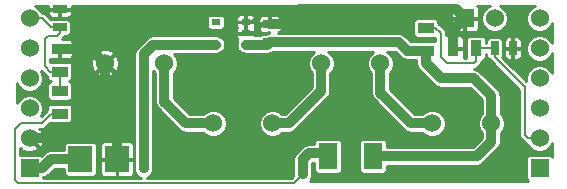
<source format=gtl>
G04 (created by PCBNEW (2013-dec-23)-stable) date Mon 21 Jul 2014 03:55:54 PM UTC*
%MOIN*%
G04 Gerber Fmt 3.4, Leading zero omitted, Abs format*
%FSLAX34Y34*%
G01*
G70*
G90*
G04 APERTURE LIST*
%ADD10C,0.00590551*%
%ADD11R,0.06X0.06*%
%ADD12C,0.06*%
%ADD13R,0.035X0.055*%
%ADD14R,0.055X0.035*%
%ADD15R,0.025X0.045*%
%ADD16R,0.045X0.025*%
%ADD17R,0.03X0.02*%
%ADD18R,0.0787402X0.0866142*%
%ADD19R,0.063X0.0866*%
%ADD20C,0.035*%
%ADD21C,0.008*%
%ADD22C,0.032*%
%ADD23C,0.016*%
%ADD24C,0.01*%
G04 APERTURE END LIST*
G54D10*
G54D11*
X25100Y-16000D03*
G54D12*
X26100Y-16000D03*
G54D13*
X25475Y-17000D03*
X24725Y-17000D03*
G54D14*
X11600Y-19175D03*
X11600Y-18425D03*
X11600Y-17775D03*
X11600Y-17025D03*
G54D15*
X26100Y-17000D03*
X26700Y-17000D03*
G54D16*
X11600Y-16300D03*
X11600Y-15700D03*
G54D12*
X25984Y-19500D03*
X24015Y-19500D03*
G54D14*
X23800Y-17075D03*
X23800Y-16325D03*
G54D12*
X22284Y-17500D03*
X20315Y-17500D03*
X18684Y-19500D03*
X16715Y-19500D03*
G54D11*
X10600Y-21000D03*
G54D12*
X10600Y-20000D03*
X10600Y-19000D03*
X10600Y-18000D03*
X10600Y-17000D03*
X10600Y-16000D03*
G54D11*
X27600Y-21000D03*
G54D12*
X27600Y-20000D03*
X27600Y-19000D03*
X27600Y-18000D03*
X27600Y-17000D03*
X27600Y-16000D03*
G54D16*
X18600Y-16800D03*
X18600Y-16200D03*
G54D17*
X17800Y-16875D03*
X17800Y-16125D03*
X16800Y-16875D03*
X17800Y-16500D03*
X16800Y-16125D03*
G54D18*
X12289Y-20700D03*
X13510Y-20700D03*
G54D12*
X15084Y-17500D03*
X13115Y-17500D03*
G54D19*
X20552Y-20600D03*
X22048Y-20600D03*
G54D20*
X19300Y-16000D03*
X14400Y-21000D03*
X19700Y-21200D03*
G54D21*
X11600Y-18425D02*
X11600Y-17775D01*
X11600Y-17775D02*
X11275Y-17775D01*
X11600Y-16500D02*
X11600Y-16300D01*
X11500Y-16600D02*
X11600Y-16500D01*
X11200Y-16600D02*
X11500Y-16600D01*
X11100Y-16700D02*
X11200Y-16600D01*
X11100Y-17600D02*
X11100Y-16700D01*
X11275Y-17775D02*
X11100Y-17600D01*
X11600Y-16300D02*
X11300Y-16300D01*
X11000Y-16000D02*
X10600Y-16000D01*
X11300Y-16300D02*
X11000Y-16000D01*
X23800Y-16325D02*
X24125Y-16325D01*
X25475Y-17425D02*
X25475Y-17000D01*
X25400Y-17500D02*
X25475Y-17425D01*
X24500Y-17500D02*
X25400Y-17500D01*
X24300Y-17300D02*
X24500Y-17500D01*
X24300Y-16500D02*
X24300Y-17300D01*
X24125Y-16325D02*
X24300Y-16500D01*
X26100Y-17000D02*
X25475Y-17000D01*
X26100Y-17000D02*
X26100Y-17300D01*
X27200Y-20000D02*
X27600Y-20000D01*
X27100Y-19900D02*
X27200Y-20000D01*
X27100Y-18300D02*
X27100Y-19900D01*
X26100Y-17300D02*
X27100Y-18300D01*
G54D22*
X19300Y-16000D02*
X19600Y-15700D01*
X18600Y-16200D02*
X19100Y-16200D01*
X24800Y-15700D02*
X25100Y-16000D01*
X19600Y-15700D02*
X24800Y-15700D01*
X19100Y-16200D02*
X19300Y-16000D01*
X24725Y-17000D02*
X24725Y-16375D01*
X24725Y-16375D02*
X25100Y-16000D01*
G54D21*
X18600Y-16200D02*
X18600Y-16000D01*
X17825Y-16100D02*
X17800Y-16125D01*
X18000Y-16100D02*
X17825Y-16100D01*
X18100Y-16000D02*
X18000Y-16100D01*
X18200Y-15900D02*
X18100Y-16000D01*
X18500Y-15900D02*
X18200Y-15900D01*
X18600Y-16000D02*
X18500Y-15900D01*
G54D23*
X17800Y-16500D02*
X18100Y-16500D01*
X18300Y-16200D02*
X18600Y-16200D01*
X18200Y-16300D02*
X18300Y-16200D01*
X18200Y-16400D02*
X18200Y-16300D01*
X18100Y-16500D02*
X18200Y-16400D01*
G54D22*
X13115Y-17500D02*
X13115Y-18515D01*
X13510Y-18910D02*
X13510Y-20700D01*
X13115Y-18515D02*
X13510Y-18910D01*
X13115Y-17500D02*
X13100Y-17500D01*
X12625Y-17025D02*
X11600Y-17025D01*
X13100Y-17500D02*
X12625Y-17025D01*
X10600Y-20000D02*
X11100Y-20000D01*
X11100Y-20000D02*
X11300Y-19800D01*
X11300Y-19800D02*
X13400Y-19800D01*
X13400Y-19800D02*
X13510Y-19910D01*
X13510Y-19910D02*
X13510Y-20700D01*
X16800Y-16875D02*
X14725Y-16875D01*
X14400Y-17200D02*
X14400Y-21000D01*
X14725Y-16875D02*
X14400Y-17200D01*
X10600Y-21000D02*
X11000Y-21000D01*
X11300Y-20700D02*
X12289Y-20700D01*
X11000Y-21000D02*
X11300Y-20700D01*
X24015Y-19500D02*
X23300Y-19500D01*
X22284Y-18484D02*
X22284Y-17500D01*
X23300Y-19500D02*
X22284Y-18484D01*
X23800Y-17075D02*
X23175Y-17075D01*
X22900Y-16800D02*
X18600Y-16800D01*
X23175Y-17075D02*
X22900Y-16800D01*
X17800Y-16875D02*
X18525Y-16875D01*
X18525Y-16875D02*
X18600Y-16800D01*
X23800Y-17075D02*
X23800Y-17500D01*
X25984Y-18584D02*
X25984Y-19500D01*
X25400Y-18000D02*
X25984Y-18584D01*
X24300Y-18000D02*
X25400Y-18000D01*
X23800Y-17500D02*
X24300Y-18000D01*
X22048Y-20600D02*
X25500Y-20600D01*
X25984Y-20115D02*
X25984Y-19500D01*
X25500Y-20600D02*
X25984Y-20115D01*
X16715Y-19500D02*
X15800Y-19500D01*
X15084Y-18784D02*
X15084Y-17500D01*
X15800Y-19500D02*
X15084Y-18784D01*
X20315Y-17500D02*
X20315Y-18415D01*
X19231Y-19500D02*
X18684Y-19500D01*
X20315Y-18415D02*
X19231Y-19500D01*
G54D21*
X11600Y-19175D02*
X11325Y-19175D01*
X19400Y-21500D02*
X19700Y-21200D01*
X10200Y-21500D02*
X19400Y-21500D01*
X10100Y-21400D02*
X10200Y-21500D01*
X10100Y-19700D02*
X10100Y-21400D01*
X10300Y-19500D02*
X10100Y-19700D01*
X11000Y-19500D02*
X10300Y-19500D01*
X11325Y-19175D02*
X11000Y-19500D01*
G54D22*
X20452Y-20500D02*
X20552Y-20600D01*
X19900Y-20500D02*
X20452Y-20500D01*
X19700Y-20700D02*
X19900Y-20500D01*
X19700Y-21200D02*
X19700Y-20700D01*
G54D10*
G36*
X28020Y-20608D02*
X27985Y-20572D01*
X27929Y-20550D01*
X27870Y-20549D01*
X27270Y-20549D01*
X27215Y-20572D01*
X27172Y-20614D01*
X27150Y-20670D01*
X27149Y-20729D01*
X27149Y-21329D01*
X27172Y-21384D01*
X27208Y-21420D01*
X19939Y-21420D01*
X19975Y-21384D01*
X20024Y-21264D01*
X20025Y-21135D01*
X20010Y-21099D01*
X20010Y-20828D01*
X20028Y-20810D01*
X20086Y-20810D01*
X20086Y-21062D01*
X20109Y-21117D01*
X20151Y-21160D01*
X20207Y-21182D01*
X20266Y-21183D01*
X20896Y-21183D01*
X20951Y-21160D01*
X20994Y-21118D01*
X21016Y-21062D01*
X21017Y-21003D01*
X21017Y-20137D01*
X20994Y-20082D01*
X20952Y-20039D01*
X20896Y-20017D01*
X20837Y-20016D01*
X20207Y-20016D01*
X20152Y-20039D01*
X20109Y-20081D01*
X20087Y-20137D01*
X20086Y-20190D01*
X19900Y-20190D01*
X19781Y-20213D01*
X19680Y-20280D01*
X19480Y-20480D01*
X19413Y-20581D01*
X19390Y-20700D01*
X19390Y-21099D01*
X19375Y-21135D01*
X19374Y-21256D01*
X19321Y-21310D01*
X14500Y-21310D01*
X14583Y-21275D01*
X14675Y-21184D01*
X14724Y-21064D01*
X14725Y-20935D01*
X14710Y-20899D01*
X14710Y-17762D01*
X14774Y-17826D01*
X14774Y-18784D01*
X14797Y-18902D01*
X14865Y-19003D01*
X15580Y-19719D01*
X15681Y-19786D01*
X15800Y-19810D01*
X16389Y-19810D01*
X16460Y-19881D01*
X16625Y-19949D01*
X16804Y-19950D01*
X16970Y-19881D01*
X17097Y-19755D01*
X17165Y-19589D01*
X17165Y-19410D01*
X17097Y-19245D01*
X16970Y-19118D01*
X16805Y-19050D01*
X16626Y-19049D01*
X16461Y-19118D01*
X16389Y-19190D01*
X15928Y-19190D01*
X15394Y-18655D01*
X15394Y-17826D01*
X15465Y-17755D01*
X15534Y-17589D01*
X15534Y-17410D01*
X15465Y-17245D01*
X15405Y-17185D01*
X16800Y-17185D01*
X16918Y-17161D01*
X16973Y-17125D01*
X16979Y-17125D01*
X17034Y-17102D01*
X17077Y-17060D01*
X17099Y-17004D01*
X17100Y-16945D01*
X17100Y-16925D01*
X17110Y-16875D01*
X17100Y-16824D01*
X17100Y-16745D01*
X17100Y-16195D01*
X17100Y-15995D01*
X17077Y-15940D01*
X17035Y-15897D01*
X16979Y-15875D01*
X16920Y-15874D01*
X16620Y-15874D01*
X16565Y-15897D01*
X16522Y-15939D01*
X16500Y-15995D01*
X16499Y-16054D01*
X16499Y-16254D01*
X16522Y-16309D01*
X16564Y-16352D01*
X16620Y-16374D01*
X16679Y-16375D01*
X16979Y-16375D01*
X17034Y-16352D01*
X17077Y-16310D01*
X17099Y-16254D01*
X17100Y-16195D01*
X17100Y-16745D01*
X17077Y-16690D01*
X17035Y-16647D01*
X16979Y-16625D01*
X16973Y-16625D01*
X16918Y-16588D01*
X16800Y-16565D01*
X14725Y-16565D01*
X14606Y-16588D01*
X14505Y-16655D01*
X14180Y-16980D01*
X14113Y-17081D01*
X14090Y-17200D01*
X14090Y-20899D01*
X14075Y-20935D01*
X14074Y-21064D01*
X14124Y-21183D01*
X14215Y-21275D01*
X14299Y-21310D01*
X14073Y-21310D01*
X14073Y-21099D01*
X14073Y-20300D01*
X14073Y-20232D01*
X14047Y-20170D01*
X14000Y-20122D01*
X13937Y-20096D01*
X13587Y-20096D01*
X13587Y-17415D01*
X13519Y-17241D01*
X13509Y-17226D01*
X13431Y-17198D01*
X13417Y-17212D01*
X13417Y-17184D01*
X13389Y-17106D01*
X13217Y-17031D01*
X13030Y-17028D01*
X12856Y-17096D01*
X12842Y-17106D01*
X12814Y-17184D01*
X13115Y-17485D01*
X13417Y-17184D01*
X13417Y-17212D01*
X13129Y-17500D01*
X13431Y-17801D01*
X13509Y-17773D01*
X13583Y-17602D01*
X13587Y-17415D01*
X13587Y-20096D01*
X13562Y-20096D01*
X13520Y-20139D01*
X13520Y-20690D01*
X14031Y-20690D01*
X14073Y-20647D01*
X14073Y-20300D01*
X14073Y-21099D01*
X14073Y-20752D01*
X14031Y-20710D01*
X13520Y-20710D01*
X13520Y-21260D01*
X13562Y-21303D01*
X13937Y-21303D01*
X14000Y-21277D01*
X14047Y-21229D01*
X14073Y-21167D01*
X14073Y-21099D01*
X14073Y-21310D01*
X13500Y-21310D01*
X13500Y-21260D01*
X13500Y-20710D01*
X13500Y-20690D01*
X13500Y-20139D01*
X13457Y-20096D01*
X13417Y-20096D01*
X13417Y-17815D01*
X13115Y-17514D01*
X13101Y-17528D01*
X13101Y-17500D01*
X12799Y-17198D01*
X12722Y-17226D01*
X12647Y-17397D01*
X12644Y-17584D01*
X12712Y-17758D01*
X12722Y-17773D01*
X12799Y-17801D01*
X13101Y-17500D01*
X13101Y-17528D01*
X12814Y-17815D01*
X12842Y-17893D01*
X13013Y-17968D01*
X13200Y-17971D01*
X13374Y-17903D01*
X13389Y-17893D01*
X13417Y-17815D01*
X13417Y-20096D01*
X13082Y-20096D01*
X13020Y-20122D01*
X12972Y-20170D01*
X12946Y-20232D01*
X12946Y-20300D01*
X12946Y-20647D01*
X12989Y-20690D01*
X13500Y-20690D01*
X13500Y-20710D01*
X12989Y-20710D01*
X12946Y-20752D01*
X12946Y-21099D01*
X12946Y-21167D01*
X12972Y-21229D01*
X13020Y-21277D01*
X13082Y-21303D01*
X13457Y-21303D01*
X13500Y-21260D01*
X13500Y-21310D01*
X11049Y-21310D01*
X11050Y-21300D01*
X11118Y-21286D01*
X11219Y-21219D01*
X11428Y-21010D01*
X11746Y-21010D01*
X11746Y-21162D01*
X11768Y-21217D01*
X11810Y-21260D01*
X11866Y-21283D01*
X11925Y-21283D01*
X12713Y-21283D01*
X12768Y-21260D01*
X12810Y-21218D01*
X12833Y-21163D01*
X12833Y-21103D01*
X12833Y-20237D01*
X12810Y-20182D01*
X12768Y-20139D01*
X12713Y-20116D01*
X12653Y-20116D01*
X12045Y-20116D01*
X12045Y-17233D01*
X12045Y-17077D01*
X12002Y-17035D01*
X11610Y-17035D01*
X11610Y-17327D01*
X11652Y-17370D01*
X11841Y-17370D01*
X11908Y-17369D01*
X11971Y-17344D01*
X12019Y-17296D01*
X12045Y-17233D01*
X12045Y-20116D01*
X11866Y-20116D01*
X11811Y-20139D01*
X11768Y-20181D01*
X11746Y-20236D01*
X11746Y-20296D01*
X11746Y-20390D01*
X11300Y-20390D01*
X11299Y-20390D01*
X11276Y-20394D01*
X11181Y-20413D01*
X11080Y-20480D01*
X11080Y-20480D01*
X11071Y-20489D01*
X10986Y-20574D01*
X10985Y-20572D01*
X10929Y-20550D01*
X10901Y-20550D01*
X10870Y-20549D01*
X10290Y-20549D01*
X10290Y-20324D01*
X10298Y-20315D01*
X10326Y-20393D01*
X10497Y-20468D01*
X10684Y-20471D01*
X10858Y-20403D01*
X10873Y-20393D01*
X10901Y-20315D01*
X10600Y-20014D01*
X10594Y-20019D01*
X10580Y-20005D01*
X10585Y-20000D01*
X10580Y-19994D01*
X10594Y-19980D01*
X10600Y-19985D01*
X10605Y-19980D01*
X10619Y-19994D01*
X10614Y-20000D01*
X10915Y-20301D01*
X10993Y-20273D01*
X11068Y-20102D01*
X11071Y-19915D01*
X11003Y-19741D01*
X10993Y-19726D01*
X10915Y-19698D01*
X10924Y-19690D01*
X11000Y-19690D01*
X11072Y-19675D01*
X11134Y-19634D01*
X11276Y-19492D01*
X11295Y-19499D01*
X11354Y-19500D01*
X11904Y-19500D01*
X11959Y-19477D01*
X12002Y-19435D01*
X12024Y-19379D01*
X12025Y-19320D01*
X12025Y-18970D01*
X12002Y-18915D01*
X11960Y-18872D01*
X11904Y-18850D01*
X11845Y-18849D01*
X11295Y-18849D01*
X11240Y-18872D01*
X11197Y-18914D01*
X11175Y-18970D01*
X11174Y-19029D01*
X11174Y-19056D01*
X10984Y-19246D01*
X11049Y-19089D01*
X11050Y-18910D01*
X10981Y-18745D01*
X10855Y-18618D01*
X10689Y-18550D01*
X10510Y-18549D01*
X10345Y-18618D01*
X10218Y-18744D01*
X10179Y-18839D01*
X10179Y-18160D01*
X10218Y-18254D01*
X10344Y-18381D01*
X10510Y-18449D01*
X10689Y-18450D01*
X10854Y-18381D01*
X10981Y-18255D01*
X11049Y-18089D01*
X11050Y-17910D01*
X10985Y-17753D01*
X11140Y-17909D01*
X11140Y-17909D01*
X11174Y-17932D01*
X11174Y-17979D01*
X11197Y-18034D01*
X11239Y-18077D01*
X11295Y-18099D01*
X11295Y-18099D01*
X11240Y-18122D01*
X11197Y-18164D01*
X11175Y-18220D01*
X11174Y-18279D01*
X11174Y-18629D01*
X11197Y-18684D01*
X11239Y-18727D01*
X11295Y-18749D01*
X11354Y-18750D01*
X11904Y-18750D01*
X11959Y-18727D01*
X12002Y-18685D01*
X12024Y-18629D01*
X12025Y-18570D01*
X12025Y-18220D01*
X12002Y-18165D01*
X11960Y-18122D01*
X11904Y-18100D01*
X11904Y-18100D01*
X11959Y-18077D01*
X12002Y-18035D01*
X12024Y-17979D01*
X12025Y-17920D01*
X12025Y-17570D01*
X12002Y-17515D01*
X11960Y-17472D01*
X11904Y-17450D01*
X11845Y-17449D01*
X11295Y-17449D01*
X11290Y-17452D01*
X11290Y-17369D01*
X11291Y-17369D01*
X11358Y-17370D01*
X11547Y-17370D01*
X11590Y-17327D01*
X11590Y-17035D01*
X11582Y-17035D01*
X11582Y-17015D01*
X11590Y-17015D01*
X11590Y-17007D01*
X11610Y-17007D01*
X11610Y-17015D01*
X12002Y-17015D01*
X12045Y-16972D01*
X12045Y-16816D01*
X12019Y-16753D01*
X11995Y-16729D01*
X11995Y-15858D01*
X11995Y-15752D01*
X11952Y-15710D01*
X11610Y-15710D01*
X11610Y-15952D01*
X11652Y-15995D01*
X11791Y-15995D01*
X11858Y-15994D01*
X11921Y-15969D01*
X11969Y-15921D01*
X11995Y-15858D01*
X11995Y-16729D01*
X11971Y-16705D01*
X11908Y-16680D01*
X11841Y-16679D01*
X11688Y-16679D01*
X11734Y-16634D01*
X11773Y-16575D01*
X11854Y-16575D01*
X11909Y-16552D01*
X11952Y-16510D01*
X11974Y-16454D01*
X11975Y-16395D01*
X11975Y-16145D01*
X11952Y-16090D01*
X11910Y-16047D01*
X11854Y-16025D01*
X11795Y-16024D01*
X11590Y-16024D01*
X11590Y-15952D01*
X11590Y-15710D01*
X11247Y-15710D01*
X11205Y-15752D01*
X11204Y-15858D01*
X11230Y-15921D01*
X11278Y-15969D01*
X11341Y-15994D01*
X11408Y-15995D01*
X11547Y-15995D01*
X11590Y-15952D01*
X11590Y-16024D01*
X11345Y-16024D01*
X11308Y-16040D01*
X11134Y-15865D01*
X11072Y-15824D01*
X11009Y-15811D01*
X10981Y-15745D01*
X10855Y-15618D01*
X10760Y-15579D01*
X11204Y-15579D01*
X11205Y-15647D01*
X11247Y-15690D01*
X11590Y-15690D01*
X11590Y-15682D01*
X11610Y-15682D01*
X11610Y-15690D01*
X11952Y-15690D01*
X11995Y-15647D01*
X11995Y-15579D01*
X24680Y-15579D01*
X24655Y-15603D01*
X24630Y-15666D01*
X24629Y-15733D01*
X24630Y-15947D01*
X24672Y-15990D01*
X25090Y-15990D01*
X25090Y-15982D01*
X25110Y-15982D01*
X25110Y-15990D01*
X25527Y-15990D01*
X25570Y-15947D01*
X25570Y-15733D01*
X25569Y-15666D01*
X25544Y-15603D01*
X25519Y-15579D01*
X25939Y-15579D01*
X25845Y-15618D01*
X25718Y-15744D01*
X25650Y-15910D01*
X25649Y-16089D01*
X25718Y-16254D01*
X25844Y-16381D01*
X26010Y-16449D01*
X26189Y-16450D01*
X26354Y-16381D01*
X26481Y-16255D01*
X26549Y-16089D01*
X26550Y-15910D01*
X26481Y-15745D01*
X26355Y-15618D01*
X26260Y-15579D01*
X27439Y-15579D01*
X27345Y-15618D01*
X27218Y-15744D01*
X27150Y-15910D01*
X27149Y-16089D01*
X27218Y-16254D01*
X27344Y-16381D01*
X27510Y-16449D01*
X27689Y-16450D01*
X27854Y-16381D01*
X27981Y-16255D01*
X28020Y-16160D01*
X28020Y-16839D01*
X27981Y-16745D01*
X27855Y-16618D01*
X27689Y-16550D01*
X27510Y-16549D01*
X27345Y-16618D01*
X27218Y-16744D01*
X27150Y-16910D01*
X27149Y-17089D01*
X27218Y-17254D01*
X27344Y-17381D01*
X27510Y-17449D01*
X27689Y-17450D01*
X27854Y-17381D01*
X27981Y-17255D01*
X28020Y-17160D01*
X28020Y-17839D01*
X27981Y-17745D01*
X27855Y-17618D01*
X27689Y-17550D01*
X27510Y-17549D01*
X27345Y-17618D01*
X27218Y-17744D01*
X27150Y-17910D01*
X27149Y-18081D01*
X26995Y-17926D01*
X26995Y-17191D01*
X26995Y-16808D01*
X26994Y-16741D01*
X26969Y-16678D01*
X26921Y-16630D01*
X26858Y-16604D01*
X26752Y-16605D01*
X26710Y-16647D01*
X26710Y-16990D01*
X26952Y-16990D01*
X26995Y-16947D01*
X26995Y-16808D01*
X26995Y-17191D01*
X26995Y-17052D01*
X26952Y-17010D01*
X26710Y-17010D01*
X26710Y-17352D01*
X26752Y-17395D01*
X26858Y-17395D01*
X26921Y-17369D01*
X26969Y-17321D01*
X26994Y-17258D01*
X26995Y-17191D01*
X26995Y-17926D01*
X26690Y-17621D01*
X26690Y-17352D01*
X26690Y-17010D01*
X26690Y-16990D01*
X26690Y-16647D01*
X26647Y-16605D01*
X26541Y-16604D01*
X26478Y-16630D01*
X26430Y-16678D01*
X26405Y-16741D01*
X26404Y-16808D01*
X26405Y-16947D01*
X26447Y-16990D01*
X26690Y-16990D01*
X26690Y-17010D01*
X26447Y-17010D01*
X26405Y-17052D01*
X26404Y-17191D01*
X26405Y-17258D01*
X26430Y-17321D01*
X26478Y-17369D01*
X26541Y-17395D01*
X26647Y-17395D01*
X26690Y-17352D01*
X26690Y-17621D01*
X26359Y-17291D01*
X26374Y-17254D01*
X26375Y-17195D01*
X26375Y-16745D01*
X26352Y-16690D01*
X26310Y-16647D01*
X26254Y-16625D01*
X26195Y-16624D01*
X25945Y-16624D01*
X25890Y-16647D01*
X25847Y-16689D01*
X25825Y-16745D01*
X25824Y-16804D01*
X25824Y-16810D01*
X25800Y-16810D01*
X25800Y-16695D01*
X25777Y-16640D01*
X25735Y-16597D01*
X25679Y-16575D01*
X25620Y-16574D01*
X25570Y-16574D01*
X25570Y-16266D01*
X25570Y-16052D01*
X25527Y-16010D01*
X25110Y-16010D01*
X25110Y-16427D01*
X25152Y-16470D01*
X25433Y-16470D01*
X25496Y-16444D01*
X25544Y-16396D01*
X25569Y-16333D01*
X25570Y-16266D01*
X25570Y-16574D01*
X25270Y-16574D01*
X25215Y-16597D01*
X25172Y-16639D01*
X25150Y-16695D01*
X25149Y-16754D01*
X25149Y-17304D01*
X25152Y-17310D01*
X25090Y-17310D01*
X25090Y-16427D01*
X25090Y-16010D01*
X24672Y-16010D01*
X24630Y-16052D01*
X24629Y-16266D01*
X24630Y-16333D01*
X24655Y-16396D01*
X24703Y-16444D01*
X24766Y-16470D01*
X25047Y-16470D01*
X25090Y-16427D01*
X25090Y-17310D01*
X25069Y-17310D01*
X25069Y-17308D01*
X25070Y-17241D01*
X25070Y-16758D01*
X25069Y-16691D01*
X25044Y-16628D01*
X24996Y-16580D01*
X24933Y-16554D01*
X24777Y-16555D01*
X24735Y-16597D01*
X24735Y-16990D01*
X25027Y-16990D01*
X25070Y-16947D01*
X25070Y-16758D01*
X25070Y-17241D01*
X25070Y-17052D01*
X25027Y-17010D01*
X24735Y-17010D01*
X24735Y-17017D01*
X24715Y-17017D01*
X24715Y-17010D01*
X24707Y-17010D01*
X24707Y-16990D01*
X24715Y-16990D01*
X24715Y-16597D01*
X24672Y-16555D01*
X24516Y-16554D01*
X24490Y-16565D01*
X24490Y-16500D01*
X24489Y-16499D01*
X24490Y-16499D01*
X24487Y-16485D01*
X24475Y-16427D01*
X24475Y-16427D01*
X24434Y-16365D01*
X24434Y-16365D01*
X24259Y-16190D01*
X24225Y-16167D01*
X24225Y-16120D01*
X24202Y-16065D01*
X24160Y-16022D01*
X24104Y-16000D01*
X24045Y-15999D01*
X23495Y-15999D01*
X23440Y-16022D01*
X23397Y-16064D01*
X23375Y-16120D01*
X23374Y-16179D01*
X23374Y-16529D01*
X23397Y-16584D01*
X23439Y-16627D01*
X23495Y-16649D01*
X23554Y-16650D01*
X24104Y-16650D01*
X24110Y-16647D01*
X24110Y-16752D01*
X24104Y-16750D01*
X24045Y-16749D01*
X23495Y-16749D01*
X23458Y-16765D01*
X23303Y-16765D01*
X23119Y-16580D01*
X23018Y-16513D01*
X22900Y-16490D01*
X18870Y-16490D01*
X18921Y-16469D01*
X18969Y-16421D01*
X18995Y-16358D01*
X18995Y-16041D01*
X18969Y-15978D01*
X18921Y-15930D01*
X18858Y-15905D01*
X18791Y-15904D01*
X18652Y-15905D01*
X18610Y-15947D01*
X18610Y-16190D01*
X18952Y-16190D01*
X18995Y-16147D01*
X18995Y-16041D01*
X18995Y-16358D01*
X18995Y-16252D01*
X18952Y-16210D01*
X18610Y-16210D01*
X18610Y-16217D01*
X18590Y-16217D01*
X18590Y-16210D01*
X18590Y-16190D01*
X18590Y-15947D01*
X18547Y-15905D01*
X18408Y-15904D01*
X18341Y-15905D01*
X18278Y-15930D01*
X18230Y-15978D01*
X18204Y-16041D01*
X18205Y-16147D01*
X18247Y-16190D01*
X18590Y-16190D01*
X18590Y-16210D01*
X18247Y-16210D01*
X18205Y-16252D01*
X18204Y-16358D01*
X18230Y-16421D01*
X18278Y-16469D01*
X18341Y-16494D01*
X18408Y-16495D01*
X18547Y-16495D01*
X18589Y-16452D01*
X18589Y-16491D01*
X18481Y-16513D01*
X18464Y-16524D01*
X18345Y-16524D01*
X18290Y-16547D01*
X18272Y-16565D01*
X18120Y-16565D01*
X18120Y-16366D01*
X18097Y-16312D01*
X18120Y-16258D01*
X18120Y-15991D01*
X18094Y-15928D01*
X18046Y-15880D01*
X17983Y-15855D01*
X17916Y-15854D01*
X17852Y-15855D01*
X17810Y-15897D01*
X17810Y-16115D01*
X18077Y-16115D01*
X18120Y-16072D01*
X18120Y-15991D01*
X18120Y-16258D01*
X18120Y-16177D01*
X18077Y-16135D01*
X17810Y-16135D01*
X17810Y-16272D01*
X17810Y-16352D01*
X17810Y-16490D01*
X18077Y-16490D01*
X18120Y-16447D01*
X18120Y-16366D01*
X18120Y-16565D01*
X18120Y-16565D01*
X18120Y-16552D01*
X18077Y-16510D01*
X17810Y-16510D01*
X17810Y-16517D01*
X17790Y-16517D01*
X17790Y-16510D01*
X17790Y-16490D01*
X17790Y-16352D01*
X17790Y-16272D01*
X17790Y-16135D01*
X17790Y-16115D01*
X17790Y-15897D01*
X17747Y-15855D01*
X17683Y-15854D01*
X17616Y-15855D01*
X17553Y-15880D01*
X17505Y-15928D01*
X17479Y-15991D01*
X17480Y-16072D01*
X17522Y-16115D01*
X17790Y-16115D01*
X17790Y-16135D01*
X17522Y-16135D01*
X17480Y-16177D01*
X17479Y-16258D01*
X17502Y-16312D01*
X17479Y-16366D01*
X17480Y-16447D01*
X17522Y-16490D01*
X17790Y-16490D01*
X17790Y-16510D01*
X17522Y-16510D01*
X17480Y-16552D01*
X17479Y-16633D01*
X17505Y-16696D01*
X17516Y-16706D01*
X17500Y-16745D01*
X17499Y-16804D01*
X17499Y-16824D01*
X17490Y-16875D01*
X17499Y-16925D01*
X17499Y-17004D01*
X17522Y-17059D01*
X17564Y-17102D01*
X17620Y-17124D01*
X17626Y-17124D01*
X17681Y-17161D01*
X17800Y-17185D01*
X18525Y-17185D01*
X18643Y-17161D01*
X18720Y-17110D01*
X20081Y-17110D01*
X20061Y-17118D01*
X19934Y-17244D01*
X19865Y-17410D01*
X19865Y-17589D01*
X19934Y-17754D01*
X20005Y-17826D01*
X20005Y-18287D01*
X19103Y-19190D01*
X19010Y-19190D01*
X18939Y-19118D01*
X18774Y-19050D01*
X18595Y-19049D01*
X18429Y-19118D01*
X18302Y-19244D01*
X18234Y-19410D01*
X18234Y-19589D01*
X18302Y-19754D01*
X18429Y-19881D01*
X18594Y-19949D01*
X18773Y-19950D01*
X18938Y-19881D01*
X19010Y-19810D01*
X19231Y-19810D01*
X19350Y-19786D01*
X19450Y-19719D01*
X20534Y-18634D01*
X20602Y-18534D01*
X20625Y-18415D01*
X20625Y-17826D01*
X20697Y-17755D01*
X20765Y-17589D01*
X20765Y-17410D01*
X20697Y-17245D01*
X20570Y-17118D01*
X20549Y-17110D01*
X22049Y-17110D01*
X22029Y-17118D01*
X21902Y-17244D01*
X21834Y-17410D01*
X21834Y-17589D01*
X21902Y-17754D01*
X21974Y-17826D01*
X21974Y-18484D01*
X21997Y-18602D01*
X22065Y-18703D01*
X23080Y-19719D01*
X23080Y-19719D01*
X23181Y-19786D01*
X23181Y-19786D01*
X23299Y-19809D01*
X23300Y-19810D01*
X23689Y-19810D01*
X23760Y-19881D01*
X23925Y-19949D01*
X24104Y-19950D01*
X24270Y-19881D01*
X24397Y-19755D01*
X24465Y-19589D01*
X24465Y-19410D01*
X24397Y-19245D01*
X24270Y-19118D01*
X24105Y-19050D01*
X23926Y-19049D01*
X23761Y-19118D01*
X23689Y-19190D01*
X23428Y-19190D01*
X22594Y-18355D01*
X22594Y-17826D01*
X22665Y-17755D01*
X22734Y-17589D01*
X22734Y-17410D01*
X22665Y-17245D01*
X22539Y-17118D01*
X22518Y-17110D01*
X22771Y-17110D01*
X22955Y-17294D01*
X23056Y-17361D01*
X23175Y-17385D01*
X23458Y-17385D01*
X23490Y-17397D01*
X23490Y-17500D01*
X23513Y-17618D01*
X23580Y-17719D01*
X24080Y-18219D01*
X24181Y-18286D01*
X24300Y-18310D01*
X25271Y-18310D01*
X25674Y-18712D01*
X25674Y-19173D01*
X25602Y-19244D01*
X25534Y-19410D01*
X25534Y-19589D01*
X25602Y-19754D01*
X25674Y-19826D01*
X25674Y-19987D01*
X25371Y-20290D01*
X22513Y-20290D01*
X22513Y-20137D01*
X22490Y-20082D01*
X22448Y-20039D01*
X22392Y-20017D01*
X22333Y-20016D01*
X21703Y-20016D01*
X21648Y-20039D01*
X21605Y-20081D01*
X21583Y-20137D01*
X21582Y-20196D01*
X21582Y-21062D01*
X21605Y-21117D01*
X21647Y-21160D01*
X21703Y-21182D01*
X21762Y-21183D01*
X22392Y-21183D01*
X22447Y-21160D01*
X22490Y-21118D01*
X22512Y-21062D01*
X22513Y-21003D01*
X22513Y-20910D01*
X25500Y-20910D01*
X25618Y-20886D01*
X25719Y-20819D01*
X26203Y-20334D01*
X26203Y-20334D01*
X26203Y-20334D01*
X26270Y-20234D01*
X26270Y-20234D01*
X26294Y-20115D01*
X26294Y-19826D01*
X26365Y-19755D01*
X26434Y-19589D01*
X26434Y-19410D01*
X26365Y-19245D01*
X26294Y-19173D01*
X26294Y-18584D01*
X26294Y-18584D01*
X26294Y-18584D01*
X26289Y-18560D01*
X26270Y-18465D01*
X26270Y-18465D01*
X26203Y-18365D01*
X26203Y-18365D01*
X25619Y-17780D01*
X25518Y-17713D01*
X25400Y-17690D01*
X25472Y-17675D01*
X25534Y-17634D01*
X25609Y-17559D01*
X25609Y-17559D01*
X25609Y-17559D01*
X25650Y-17497D01*
X25664Y-17425D01*
X25679Y-17425D01*
X25734Y-17402D01*
X25777Y-17360D01*
X25799Y-17304D01*
X25800Y-17245D01*
X25800Y-17190D01*
X25824Y-17190D01*
X25824Y-17254D01*
X25847Y-17309D01*
X25889Y-17352D01*
X25923Y-17365D01*
X25924Y-17372D01*
X25965Y-17434D01*
X26910Y-18378D01*
X26910Y-19900D01*
X26924Y-19972D01*
X26965Y-20034D01*
X27065Y-20134D01*
X27127Y-20175D01*
X27190Y-20188D01*
X27218Y-20254D01*
X27344Y-20381D01*
X27510Y-20449D01*
X27689Y-20450D01*
X27854Y-20381D01*
X27981Y-20255D01*
X28020Y-20160D01*
X28020Y-20608D01*
X28020Y-20608D01*
G37*
G54D24*
X28020Y-20608D02*
X27985Y-20572D01*
X27929Y-20550D01*
X27870Y-20549D01*
X27270Y-20549D01*
X27215Y-20572D01*
X27172Y-20614D01*
X27150Y-20670D01*
X27149Y-20729D01*
X27149Y-21329D01*
X27172Y-21384D01*
X27208Y-21420D01*
X19939Y-21420D01*
X19975Y-21384D01*
X20024Y-21264D01*
X20025Y-21135D01*
X20010Y-21099D01*
X20010Y-20828D01*
X20028Y-20810D01*
X20086Y-20810D01*
X20086Y-21062D01*
X20109Y-21117D01*
X20151Y-21160D01*
X20207Y-21182D01*
X20266Y-21183D01*
X20896Y-21183D01*
X20951Y-21160D01*
X20994Y-21118D01*
X21016Y-21062D01*
X21017Y-21003D01*
X21017Y-20137D01*
X20994Y-20082D01*
X20952Y-20039D01*
X20896Y-20017D01*
X20837Y-20016D01*
X20207Y-20016D01*
X20152Y-20039D01*
X20109Y-20081D01*
X20087Y-20137D01*
X20086Y-20190D01*
X19900Y-20190D01*
X19781Y-20213D01*
X19680Y-20280D01*
X19480Y-20480D01*
X19413Y-20581D01*
X19390Y-20700D01*
X19390Y-21099D01*
X19375Y-21135D01*
X19374Y-21256D01*
X19321Y-21310D01*
X14500Y-21310D01*
X14583Y-21275D01*
X14675Y-21184D01*
X14724Y-21064D01*
X14725Y-20935D01*
X14710Y-20899D01*
X14710Y-17762D01*
X14774Y-17826D01*
X14774Y-18784D01*
X14797Y-18902D01*
X14865Y-19003D01*
X15580Y-19719D01*
X15681Y-19786D01*
X15800Y-19810D01*
X16389Y-19810D01*
X16460Y-19881D01*
X16625Y-19949D01*
X16804Y-19950D01*
X16970Y-19881D01*
X17097Y-19755D01*
X17165Y-19589D01*
X17165Y-19410D01*
X17097Y-19245D01*
X16970Y-19118D01*
X16805Y-19050D01*
X16626Y-19049D01*
X16461Y-19118D01*
X16389Y-19190D01*
X15928Y-19190D01*
X15394Y-18655D01*
X15394Y-17826D01*
X15465Y-17755D01*
X15534Y-17589D01*
X15534Y-17410D01*
X15465Y-17245D01*
X15405Y-17185D01*
X16800Y-17185D01*
X16918Y-17161D01*
X16973Y-17125D01*
X16979Y-17125D01*
X17034Y-17102D01*
X17077Y-17060D01*
X17099Y-17004D01*
X17100Y-16945D01*
X17100Y-16925D01*
X17110Y-16875D01*
X17100Y-16824D01*
X17100Y-16745D01*
X17100Y-16195D01*
X17100Y-15995D01*
X17077Y-15940D01*
X17035Y-15897D01*
X16979Y-15875D01*
X16920Y-15874D01*
X16620Y-15874D01*
X16565Y-15897D01*
X16522Y-15939D01*
X16500Y-15995D01*
X16499Y-16054D01*
X16499Y-16254D01*
X16522Y-16309D01*
X16564Y-16352D01*
X16620Y-16374D01*
X16679Y-16375D01*
X16979Y-16375D01*
X17034Y-16352D01*
X17077Y-16310D01*
X17099Y-16254D01*
X17100Y-16195D01*
X17100Y-16745D01*
X17077Y-16690D01*
X17035Y-16647D01*
X16979Y-16625D01*
X16973Y-16625D01*
X16918Y-16588D01*
X16800Y-16565D01*
X14725Y-16565D01*
X14606Y-16588D01*
X14505Y-16655D01*
X14180Y-16980D01*
X14113Y-17081D01*
X14090Y-17200D01*
X14090Y-20899D01*
X14075Y-20935D01*
X14074Y-21064D01*
X14124Y-21183D01*
X14215Y-21275D01*
X14299Y-21310D01*
X14073Y-21310D01*
X14073Y-21099D01*
X14073Y-20300D01*
X14073Y-20232D01*
X14047Y-20170D01*
X14000Y-20122D01*
X13937Y-20096D01*
X13587Y-20096D01*
X13587Y-17415D01*
X13519Y-17241D01*
X13509Y-17226D01*
X13431Y-17198D01*
X13417Y-17212D01*
X13417Y-17184D01*
X13389Y-17106D01*
X13217Y-17031D01*
X13030Y-17028D01*
X12856Y-17096D01*
X12842Y-17106D01*
X12814Y-17184D01*
X13115Y-17485D01*
X13417Y-17184D01*
X13417Y-17212D01*
X13129Y-17500D01*
X13431Y-17801D01*
X13509Y-17773D01*
X13583Y-17602D01*
X13587Y-17415D01*
X13587Y-20096D01*
X13562Y-20096D01*
X13520Y-20139D01*
X13520Y-20690D01*
X14031Y-20690D01*
X14073Y-20647D01*
X14073Y-20300D01*
X14073Y-21099D01*
X14073Y-20752D01*
X14031Y-20710D01*
X13520Y-20710D01*
X13520Y-21260D01*
X13562Y-21303D01*
X13937Y-21303D01*
X14000Y-21277D01*
X14047Y-21229D01*
X14073Y-21167D01*
X14073Y-21099D01*
X14073Y-21310D01*
X13500Y-21310D01*
X13500Y-21260D01*
X13500Y-20710D01*
X13500Y-20690D01*
X13500Y-20139D01*
X13457Y-20096D01*
X13417Y-20096D01*
X13417Y-17815D01*
X13115Y-17514D01*
X13101Y-17528D01*
X13101Y-17500D01*
X12799Y-17198D01*
X12722Y-17226D01*
X12647Y-17397D01*
X12644Y-17584D01*
X12712Y-17758D01*
X12722Y-17773D01*
X12799Y-17801D01*
X13101Y-17500D01*
X13101Y-17528D01*
X12814Y-17815D01*
X12842Y-17893D01*
X13013Y-17968D01*
X13200Y-17971D01*
X13374Y-17903D01*
X13389Y-17893D01*
X13417Y-17815D01*
X13417Y-20096D01*
X13082Y-20096D01*
X13020Y-20122D01*
X12972Y-20170D01*
X12946Y-20232D01*
X12946Y-20300D01*
X12946Y-20647D01*
X12989Y-20690D01*
X13500Y-20690D01*
X13500Y-20710D01*
X12989Y-20710D01*
X12946Y-20752D01*
X12946Y-21099D01*
X12946Y-21167D01*
X12972Y-21229D01*
X13020Y-21277D01*
X13082Y-21303D01*
X13457Y-21303D01*
X13500Y-21260D01*
X13500Y-21310D01*
X11049Y-21310D01*
X11050Y-21300D01*
X11118Y-21286D01*
X11219Y-21219D01*
X11428Y-21010D01*
X11746Y-21010D01*
X11746Y-21162D01*
X11768Y-21217D01*
X11810Y-21260D01*
X11866Y-21283D01*
X11925Y-21283D01*
X12713Y-21283D01*
X12768Y-21260D01*
X12810Y-21218D01*
X12833Y-21163D01*
X12833Y-21103D01*
X12833Y-20237D01*
X12810Y-20182D01*
X12768Y-20139D01*
X12713Y-20116D01*
X12653Y-20116D01*
X12045Y-20116D01*
X12045Y-17233D01*
X12045Y-17077D01*
X12002Y-17035D01*
X11610Y-17035D01*
X11610Y-17327D01*
X11652Y-17370D01*
X11841Y-17370D01*
X11908Y-17369D01*
X11971Y-17344D01*
X12019Y-17296D01*
X12045Y-17233D01*
X12045Y-20116D01*
X11866Y-20116D01*
X11811Y-20139D01*
X11768Y-20181D01*
X11746Y-20236D01*
X11746Y-20296D01*
X11746Y-20390D01*
X11300Y-20390D01*
X11299Y-20390D01*
X11276Y-20394D01*
X11181Y-20413D01*
X11080Y-20480D01*
X11080Y-20480D01*
X11071Y-20489D01*
X10986Y-20574D01*
X10985Y-20572D01*
X10929Y-20550D01*
X10901Y-20550D01*
X10870Y-20549D01*
X10290Y-20549D01*
X10290Y-20324D01*
X10298Y-20315D01*
X10326Y-20393D01*
X10497Y-20468D01*
X10684Y-20471D01*
X10858Y-20403D01*
X10873Y-20393D01*
X10901Y-20315D01*
X10600Y-20014D01*
X10594Y-20019D01*
X10580Y-20005D01*
X10585Y-20000D01*
X10580Y-19994D01*
X10594Y-19980D01*
X10600Y-19985D01*
X10605Y-19980D01*
X10619Y-19994D01*
X10614Y-20000D01*
X10915Y-20301D01*
X10993Y-20273D01*
X11068Y-20102D01*
X11071Y-19915D01*
X11003Y-19741D01*
X10993Y-19726D01*
X10915Y-19698D01*
X10924Y-19690D01*
X11000Y-19690D01*
X11072Y-19675D01*
X11134Y-19634D01*
X11276Y-19492D01*
X11295Y-19499D01*
X11354Y-19500D01*
X11904Y-19500D01*
X11959Y-19477D01*
X12002Y-19435D01*
X12024Y-19379D01*
X12025Y-19320D01*
X12025Y-18970D01*
X12002Y-18915D01*
X11960Y-18872D01*
X11904Y-18850D01*
X11845Y-18849D01*
X11295Y-18849D01*
X11240Y-18872D01*
X11197Y-18914D01*
X11175Y-18970D01*
X11174Y-19029D01*
X11174Y-19056D01*
X10984Y-19246D01*
X11049Y-19089D01*
X11050Y-18910D01*
X10981Y-18745D01*
X10855Y-18618D01*
X10689Y-18550D01*
X10510Y-18549D01*
X10345Y-18618D01*
X10218Y-18744D01*
X10179Y-18839D01*
X10179Y-18160D01*
X10218Y-18254D01*
X10344Y-18381D01*
X10510Y-18449D01*
X10689Y-18450D01*
X10854Y-18381D01*
X10981Y-18255D01*
X11049Y-18089D01*
X11050Y-17910D01*
X10985Y-17753D01*
X11140Y-17909D01*
X11140Y-17909D01*
X11174Y-17932D01*
X11174Y-17979D01*
X11197Y-18034D01*
X11239Y-18077D01*
X11295Y-18099D01*
X11295Y-18099D01*
X11240Y-18122D01*
X11197Y-18164D01*
X11175Y-18220D01*
X11174Y-18279D01*
X11174Y-18629D01*
X11197Y-18684D01*
X11239Y-18727D01*
X11295Y-18749D01*
X11354Y-18750D01*
X11904Y-18750D01*
X11959Y-18727D01*
X12002Y-18685D01*
X12024Y-18629D01*
X12025Y-18570D01*
X12025Y-18220D01*
X12002Y-18165D01*
X11960Y-18122D01*
X11904Y-18100D01*
X11904Y-18100D01*
X11959Y-18077D01*
X12002Y-18035D01*
X12024Y-17979D01*
X12025Y-17920D01*
X12025Y-17570D01*
X12002Y-17515D01*
X11960Y-17472D01*
X11904Y-17450D01*
X11845Y-17449D01*
X11295Y-17449D01*
X11290Y-17452D01*
X11290Y-17369D01*
X11291Y-17369D01*
X11358Y-17370D01*
X11547Y-17370D01*
X11590Y-17327D01*
X11590Y-17035D01*
X11582Y-17035D01*
X11582Y-17015D01*
X11590Y-17015D01*
X11590Y-17007D01*
X11610Y-17007D01*
X11610Y-17015D01*
X12002Y-17015D01*
X12045Y-16972D01*
X12045Y-16816D01*
X12019Y-16753D01*
X11995Y-16729D01*
X11995Y-15858D01*
X11995Y-15752D01*
X11952Y-15710D01*
X11610Y-15710D01*
X11610Y-15952D01*
X11652Y-15995D01*
X11791Y-15995D01*
X11858Y-15994D01*
X11921Y-15969D01*
X11969Y-15921D01*
X11995Y-15858D01*
X11995Y-16729D01*
X11971Y-16705D01*
X11908Y-16680D01*
X11841Y-16679D01*
X11688Y-16679D01*
X11734Y-16634D01*
X11773Y-16575D01*
X11854Y-16575D01*
X11909Y-16552D01*
X11952Y-16510D01*
X11974Y-16454D01*
X11975Y-16395D01*
X11975Y-16145D01*
X11952Y-16090D01*
X11910Y-16047D01*
X11854Y-16025D01*
X11795Y-16024D01*
X11590Y-16024D01*
X11590Y-15952D01*
X11590Y-15710D01*
X11247Y-15710D01*
X11205Y-15752D01*
X11204Y-15858D01*
X11230Y-15921D01*
X11278Y-15969D01*
X11341Y-15994D01*
X11408Y-15995D01*
X11547Y-15995D01*
X11590Y-15952D01*
X11590Y-16024D01*
X11345Y-16024D01*
X11308Y-16040D01*
X11134Y-15865D01*
X11072Y-15824D01*
X11009Y-15811D01*
X10981Y-15745D01*
X10855Y-15618D01*
X10760Y-15579D01*
X11204Y-15579D01*
X11205Y-15647D01*
X11247Y-15690D01*
X11590Y-15690D01*
X11590Y-15682D01*
X11610Y-15682D01*
X11610Y-15690D01*
X11952Y-15690D01*
X11995Y-15647D01*
X11995Y-15579D01*
X24680Y-15579D01*
X24655Y-15603D01*
X24630Y-15666D01*
X24629Y-15733D01*
X24630Y-15947D01*
X24672Y-15990D01*
X25090Y-15990D01*
X25090Y-15982D01*
X25110Y-15982D01*
X25110Y-15990D01*
X25527Y-15990D01*
X25570Y-15947D01*
X25570Y-15733D01*
X25569Y-15666D01*
X25544Y-15603D01*
X25519Y-15579D01*
X25939Y-15579D01*
X25845Y-15618D01*
X25718Y-15744D01*
X25650Y-15910D01*
X25649Y-16089D01*
X25718Y-16254D01*
X25844Y-16381D01*
X26010Y-16449D01*
X26189Y-16450D01*
X26354Y-16381D01*
X26481Y-16255D01*
X26549Y-16089D01*
X26550Y-15910D01*
X26481Y-15745D01*
X26355Y-15618D01*
X26260Y-15579D01*
X27439Y-15579D01*
X27345Y-15618D01*
X27218Y-15744D01*
X27150Y-15910D01*
X27149Y-16089D01*
X27218Y-16254D01*
X27344Y-16381D01*
X27510Y-16449D01*
X27689Y-16450D01*
X27854Y-16381D01*
X27981Y-16255D01*
X28020Y-16160D01*
X28020Y-16839D01*
X27981Y-16745D01*
X27855Y-16618D01*
X27689Y-16550D01*
X27510Y-16549D01*
X27345Y-16618D01*
X27218Y-16744D01*
X27150Y-16910D01*
X27149Y-17089D01*
X27218Y-17254D01*
X27344Y-17381D01*
X27510Y-17449D01*
X27689Y-17450D01*
X27854Y-17381D01*
X27981Y-17255D01*
X28020Y-17160D01*
X28020Y-17839D01*
X27981Y-17745D01*
X27855Y-17618D01*
X27689Y-17550D01*
X27510Y-17549D01*
X27345Y-17618D01*
X27218Y-17744D01*
X27150Y-17910D01*
X27149Y-18081D01*
X26995Y-17926D01*
X26995Y-17191D01*
X26995Y-16808D01*
X26994Y-16741D01*
X26969Y-16678D01*
X26921Y-16630D01*
X26858Y-16604D01*
X26752Y-16605D01*
X26710Y-16647D01*
X26710Y-16990D01*
X26952Y-16990D01*
X26995Y-16947D01*
X26995Y-16808D01*
X26995Y-17191D01*
X26995Y-17052D01*
X26952Y-17010D01*
X26710Y-17010D01*
X26710Y-17352D01*
X26752Y-17395D01*
X26858Y-17395D01*
X26921Y-17369D01*
X26969Y-17321D01*
X26994Y-17258D01*
X26995Y-17191D01*
X26995Y-17926D01*
X26690Y-17621D01*
X26690Y-17352D01*
X26690Y-17010D01*
X26690Y-16990D01*
X26690Y-16647D01*
X26647Y-16605D01*
X26541Y-16604D01*
X26478Y-16630D01*
X26430Y-16678D01*
X26405Y-16741D01*
X26404Y-16808D01*
X26405Y-16947D01*
X26447Y-16990D01*
X26690Y-16990D01*
X26690Y-17010D01*
X26447Y-17010D01*
X26405Y-17052D01*
X26404Y-17191D01*
X26405Y-17258D01*
X26430Y-17321D01*
X26478Y-17369D01*
X26541Y-17395D01*
X26647Y-17395D01*
X26690Y-17352D01*
X26690Y-17621D01*
X26359Y-17291D01*
X26374Y-17254D01*
X26375Y-17195D01*
X26375Y-16745D01*
X26352Y-16690D01*
X26310Y-16647D01*
X26254Y-16625D01*
X26195Y-16624D01*
X25945Y-16624D01*
X25890Y-16647D01*
X25847Y-16689D01*
X25825Y-16745D01*
X25824Y-16804D01*
X25824Y-16810D01*
X25800Y-16810D01*
X25800Y-16695D01*
X25777Y-16640D01*
X25735Y-16597D01*
X25679Y-16575D01*
X25620Y-16574D01*
X25570Y-16574D01*
X25570Y-16266D01*
X25570Y-16052D01*
X25527Y-16010D01*
X25110Y-16010D01*
X25110Y-16427D01*
X25152Y-16470D01*
X25433Y-16470D01*
X25496Y-16444D01*
X25544Y-16396D01*
X25569Y-16333D01*
X25570Y-16266D01*
X25570Y-16574D01*
X25270Y-16574D01*
X25215Y-16597D01*
X25172Y-16639D01*
X25150Y-16695D01*
X25149Y-16754D01*
X25149Y-17304D01*
X25152Y-17310D01*
X25090Y-17310D01*
X25090Y-16427D01*
X25090Y-16010D01*
X24672Y-16010D01*
X24630Y-16052D01*
X24629Y-16266D01*
X24630Y-16333D01*
X24655Y-16396D01*
X24703Y-16444D01*
X24766Y-16470D01*
X25047Y-16470D01*
X25090Y-16427D01*
X25090Y-17310D01*
X25069Y-17310D01*
X25069Y-17308D01*
X25070Y-17241D01*
X25070Y-16758D01*
X25069Y-16691D01*
X25044Y-16628D01*
X24996Y-16580D01*
X24933Y-16554D01*
X24777Y-16555D01*
X24735Y-16597D01*
X24735Y-16990D01*
X25027Y-16990D01*
X25070Y-16947D01*
X25070Y-16758D01*
X25070Y-17241D01*
X25070Y-17052D01*
X25027Y-17010D01*
X24735Y-17010D01*
X24735Y-17017D01*
X24715Y-17017D01*
X24715Y-17010D01*
X24707Y-17010D01*
X24707Y-16990D01*
X24715Y-16990D01*
X24715Y-16597D01*
X24672Y-16555D01*
X24516Y-16554D01*
X24490Y-16565D01*
X24490Y-16500D01*
X24489Y-16499D01*
X24490Y-16499D01*
X24487Y-16485D01*
X24475Y-16427D01*
X24475Y-16427D01*
X24434Y-16365D01*
X24434Y-16365D01*
X24259Y-16190D01*
X24225Y-16167D01*
X24225Y-16120D01*
X24202Y-16065D01*
X24160Y-16022D01*
X24104Y-16000D01*
X24045Y-15999D01*
X23495Y-15999D01*
X23440Y-16022D01*
X23397Y-16064D01*
X23375Y-16120D01*
X23374Y-16179D01*
X23374Y-16529D01*
X23397Y-16584D01*
X23439Y-16627D01*
X23495Y-16649D01*
X23554Y-16650D01*
X24104Y-16650D01*
X24110Y-16647D01*
X24110Y-16752D01*
X24104Y-16750D01*
X24045Y-16749D01*
X23495Y-16749D01*
X23458Y-16765D01*
X23303Y-16765D01*
X23119Y-16580D01*
X23018Y-16513D01*
X22900Y-16490D01*
X18870Y-16490D01*
X18921Y-16469D01*
X18969Y-16421D01*
X18995Y-16358D01*
X18995Y-16041D01*
X18969Y-15978D01*
X18921Y-15930D01*
X18858Y-15905D01*
X18791Y-15904D01*
X18652Y-15905D01*
X18610Y-15947D01*
X18610Y-16190D01*
X18952Y-16190D01*
X18995Y-16147D01*
X18995Y-16041D01*
X18995Y-16358D01*
X18995Y-16252D01*
X18952Y-16210D01*
X18610Y-16210D01*
X18610Y-16217D01*
X18590Y-16217D01*
X18590Y-16210D01*
X18590Y-16190D01*
X18590Y-15947D01*
X18547Y-15905D01*
X18408Y-15904D01*
X18341Y-15905D01*
X18278Y-15930D01*
X18230Y-15978D01*
X18204Y-16041D01*
X18205Y-16147D01*
X18247Y-16190D01*
X18590Y-16190D01*
X18590Y-16210D01*
X18247Y-16210D01*
X18205Y-16252D01*
X18204Y-16358D01*
X18230Y-16421D01*
X18278Y-16469D01*
X18341Y-16494D01*
X18408Y-16495D01*
X18547Y-16495D01*
X18589Y-16452D01*
X18589Y-16491D01*
X18481Y-16513D01*
X18464Y-16524D01*
X18345Y-16524D01*
X18290Y-16547D01*
X18272Y-16565D01*
X18120Y-16565D01*
X18120Y-16366D01*
X18097Y-16312D01*
X18120Y-16258D01*
X18120Y-15991D01*
X18094Y-15928D01*
X18046Y-15880D01*
X17983Y-15855D01*
X17916Y-15854D01*
X17852Y-15855D01*
X17810Y-15897D01*
X17810Y-16115D01*
X18077Y-16115D01*
X18120Y-16072D01*
X18120Y-15991D01*
X18120Y-16258D01*
X18120Y-16177D01*
X18077Y-16135D01*
X17810Y-16135D01*
X17810Y-16272D01*
X17810Y-16352D01*
X17810Y-16490D01*
X18077Y-16490D01*
X18120Y-16447D01*
X18120Y-16366D01*
X18120Y-16565D01*
X18120Y-16565D01*
X18120Y-16552D01*
X18077Y-16510D01*
X17810Y-16510D01*
X17810Y-16517D01*
X17790Y-16517D01*
X17790Y-16510D01*
X17790Y-16490D01*
X17790Y-16352D01*
X17790Y-16272D01*
X17790Y-16135D01*
X17790Y-16115D01*
X17790Y-15897D01*
X17747Y-15855D01*
X17683Y-15854D01*
X17616Y-15855D01*
X17553Y-15880D01*
X17505Y-15928D01*
X17479Y-15991D01*
X17480Y-16072D01*
X17522Y-16115D01*
X17790Y-16115D01*
X17790Y-16135D01*
X17522Y-16135D01*
X17480Y-16177D01*
X17479Y-16258D01*
X17502Y-16312D01*
X17479Y-16366D01*
X17480Y-16447D01*
X17522Y-16490D01*
X17790Y-16490D01*
X17790Y-16510D01*
X17522Y-16510D01*
X17480Y-16552D01*
X17479Y-16633D01*
X17505Y-16696D01*
X17516Y-16706D01*
X17500Y-16745D01*
X17499Y-16804D01*
X17499Y-16824D01*
X17490Y-16875D01*
X17499Y-16925D01*
X17499Y-17004D01*
X17522Y-17059D01*
X17564Y-17102D01*
X17620Y-17124D01*
X17626Y-17124D01*
X17681Y-17161D01*
X17800Y-17185D01*
X18525Y-17185D01*
X18643Y-17161D01*
X18720Y-17110D01*
X20081Y-17110D01*
X20061Y-17118D01*
X19934Y-17244D01*
X19865Y-17410D01*
X19865Y-17589D01*
X19934Y-17754D01*
X20005Y-17826D01*
X20005Y-18287D01*
X19103Y-19190D01*
X19010Y-19190D01*
X18939Y-19118D01*
X18774Y-19050D01*
X18595Y-19049D01*
X18429Y-19118D01*
X18302Y-19244D01*
X18234Y-19410D01*
X18234Y-19589D01*
X18302Y-19754D01*
X18429Y-19881D01*
X18594Y-19949D01*
X18773Y-19950D01*
X18938Y-19881D01*
X19010Y-19810D01*
X19231Y-19810D01*
X19350Y-19786D01*
X19450Y-19719D01*
X20534Y-18634D01*
X20602Y-18534D01*
X20625Y-18415D01*
X20625Y-17826D01*
X20697Y-17755D01*
X20765Y-17589D01*
X20765Y-17410D01*
X20697Y-17245D01*
X20570Y-17118D01*
X20549Y-17110D01*
X22049Y-17110D01*
X22029Y-17118D01*
X21902Y-17244D01*
X21834Y-17410D01*
X21834Y-17589D01*
X21902Y-17754D01*
X21974Y-17826D01*
X21974Y-18484D01*
X21997Y-18602D01*
X22065Y-18703D01*
X23080Y-19719D01*
X23080Y-19719D01*
X23181Y-19786D01*
X23181Y-19786D01*
X23299Y-19809D01*
X23300Y-19810D01*
X23689Y-19810D01*
X23760Y-19881D01*
X23925Y-19949D01*
X24104Y-19950D01*
X24270Y-19881D01*
X24397Y-19755D01*
X24465Y-19589D01*
X24465Y-19410D01*
X24397Y-19245D01*
X24270Y-19118D01*
X24105Y-19050D01*
X23926Y-19049D01*
X23761Y-19118D01*
X23689Y-19190D01*
X23428Y-19190D01*
X22594Y-18355D01*
X22594Y-17826D01*
X22665Y-17755D01*
X22734Y-17589D01*
X22734Y-17410D01*
X22665Y-17245D01*
X22539Y-17118D01*
X22518Y-17110D01*
X22771Y-17110D01*
X22955Y-17294D01*
X23056Y-17361D01*
X23175Y-17385D01*
X23458Y-17385D01*
X23490Y-17397D01*
X23490Y-17500D01*
X23513Y-17618D01*
X23580Y-17719D01*
X24080Y-18219D01*
X24181Y-18286D01*
X24300Y-18310D01*
X25271Y-18310D01*
X25674Y-18712D01*
X25674Y-19173D01*
X25602Y-19244D01*
X25534Y-19410D01*
X25534Y-19589D01*
X25602Y-19754D01*
X25674Y-19826D01*
X25674Y-19987D01*
X25371Y-20290D01*
X22513Y-20290D01*
X22513Y-20137D01*
X22490Y-20082D01*
X22448Y-20039D01*
X22392Y-20017D01*
X22333Y-20016D01*
X21703Y-20016D01*
X21648Y-20039D01*
X21605Y-20081D01*
X21583Y-20137D01*
X21582Y-20196D01*
X21582Y-21062D01*
X21605Y-21117D01*
X21647Y-21160D01*
X21703Y-21182D01*
X21762Y-21183D01*
X22392Y-21183D01*
X22447Y-21160D01*
X22490Y-21118D01*
X22512Y-21062D01*
X22513Y-21003D01*
X22513Y-20910D01*
X25500Y-20910D01*
X25618Y-20886D01*
X25719Y-20819D01*
X26203Y-20334D01*
X26203Y-20334D01*
X26203Y-20334D01*
X26270Y-20234D01*
X26270Y-20234D01*
X26294Y-20115D01*
X26294Y-19826D01*
X26365Y-19755D01*
X26434Y-19589D01*
X26434Y-19410D01*
X26365Y-19245D01*
X26294Y-19173D01*
X26294Y-18584D01*
X26294Y-18584D01*
X26294Y-18584D01*
X26289Y-18560D01*
X26270Y-18465D01*
X26270Y-18465D01*
X26203Y-18365D01*
X26203Y-18365D01*
X25619Y-17780D01*
X25518Y-17713D01*
X25400Y-17690D01*
X25472Y-17675D01*
X25534Y-17634D01*
X25609Y-17559D01*
X25609Y-17559D01*
X25609Y-17559D01*
X25650Y-17497D01*
X25664Y-17425D01*
X25679Y-17425D01*
X25734Y-17402D01*
X25777Y-17360D01*
X25799Y-17304D01*
X25800Y-17245D01*
X25800Y-17190D01*
X25824Y-17190D01*
X25824Y-17254D01*
X25847Y-17309D01*
X25889Y-17352D01*
X25923Y-17365D01*
X25924Y-17372D01*
X25965Y-17434D01*
X26910Y-18378D01*
X26910Y-19900D01*
X26924Y-19972D01*
X26965Y-20034D01*
X27065Y-20134D01*
X27127Y-20175D01*
X27190Y-20188D01*
X27218Y-20254D01*
X27344Y-20381D01*
X27510Y-20449D01*
X27689Y-20450D01*
X27854Y-20381D01*
X27981Y-20255D01*
X28020Y-20160D01*
X28020Y-20608D01*
M02*

</source>
